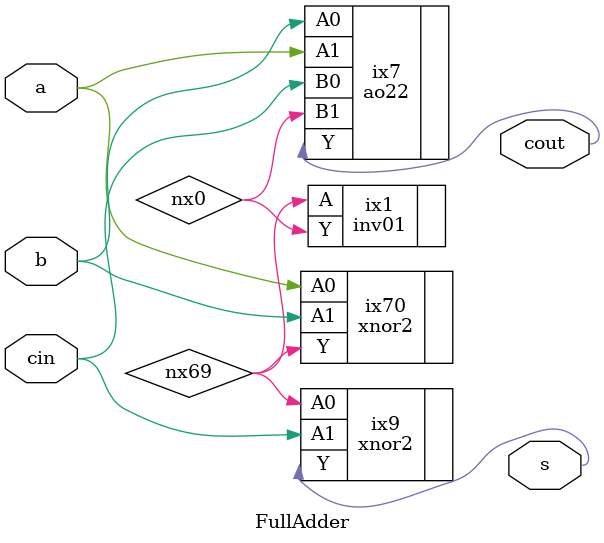
<source format=v>
module Comparator_16 ( inputA, inputB, outputG, outputEqual ) ;

    input [15:0]inputA ;
    input [15:0]inputB ;
    output outputG ;
    output outputEqual ;

    wire nx91, nx170, nx137, nx213, nx215, nx5, nx332, nx333, nx334, nx335, 
         nx336, nx337, nx338, nx339, nx88, nx340, nx341, nx342, nx343, nx344, 
         nx345, nx346, nx347, nx348, nx349, nx350, nx351, nx352, nx353, nx354, 
         nx355, nx356, nx357, nx358, nx359, nx177, nx360, nx361, nx362, nx363, 
         nx364, nx365, nx366, nx367, nx368, nx369, nx370, nx371, nx372, nx373, 
         nx374, nx375, nx376, nx377, nx378, nx379, nx380, nx381, nx382, nx383, 
         nx384, nx385, nx386, nx387, nx388, nx389, nx390, nx391, nx392, nx393, 
         nx394, nx395, nx396, nx397, nx398, nx399, nx400, nx401, nx402, nx403, 
         nx404, nx405, nx406, nx407, nx408, nx409, nx410, nx411, nx412, nx413, 
         nx414, nx415, nx416, nx417, nx418, nx419, nx420, nx421, nx422, nx423, 
         nx424, nx425, nx426, nx427, nx428, nx429, nx430, nx431, nx72, nx432, 
         nx433, nx434, nx435, nx436, nx437, nx438, nx439, nx440, nx441, nx442, 
         nx48, nx443, nx44, nx444, nx445, nx446, nx447, nx448, nx449, nx450, 
         nx451, nx452, NOT_nx277, nx453, nx454, nx56, nx455, nx456, nx52, nx457, 
         nx458, nx286, nx459, nx460, nx461, nx209, nx462, nx463, nx464, nx465, 
         nx466, nx467, nx468, nx469, nx470, nx471, nx472, nx473, nx474, nx475, 
         nx476, nx477, nx478, nx188, nx479, NOT_nx141, nx480, nx481, nx633, 
         nx635, nx637, nx639, nx641, nx643, nx649, nx651;



    and02 ix93 (.Y (outputEqual), .A0 (nx137), .A1 (nx88)) ;
    xnor2 ix138 (.Y (nx137), .A0 (inputA[0]), .A1 (inputB[0])) ;
    oai33 ix171 (.Y (nx170), .A0 (nx209), .A1 (nx213), .A2 (inputB[12]), .B0 (
          nx177), .B1 (nx215), .B2 (inputB[13])) ;
    inv01 ix214 (.Y (nx213), .A (inputA[12])) ;
    inv01 ix216 (.Y (nx215), .A (inputA[13])) ;
    latchs_ni lat_outputG_u1 (.QB (nx5), .D (nx91), .CLK (nx188), .S (nx286)) ;
    inv02 lat_outputG_u2 (.Y (outputG), .A (nx5)) ;
    inv02 ix482 (.Y (nx332), .A (inputA[2])) ;
    inv02 ix483 (.Y (nx333), .A (inputA[3])) ;
    inv02 ix484 (.Y (nx334), .A (inputB[1])) ;
    inv02 ix485 (.Y (nx335), .A (inputB[0])) ;
    aoi22 ix486 (.Y (nx336), .A0 (inputA[1]), .A1 (nx334), .B0 (inputA[0]), .B1 (
          nx335)) ;
    nor02ii ix487 (.Y (nx337), .A0 (inputA[1]), .A1 (inputB[1])) ;
    inv02 ix488 (.Y (nx338), .A (inputA[1])) ;
    aoi22 ix489 (.Y (nx339), .A0 (inputB[1]), .A1 (inputA[1]), .B0 (nx334), .B1 (
          nx338)) ;
    nor02_2x reg_nx88 (.Y (nx88), .A0 (nx339), .A1 (nx372)) ;
    inv02 ix490 (.Y (nx340), .A (nx334)) ;
    nand02_2x ix491 (.Y (nx341), .A0 (inputB[1]), .A1 (nx338)) ;
    nor02ii ix492 (.Y (nx342), .A0 (inputA[0]), .A1 (inputB[0])) ;
    inv02 ix493 (.Y (nx343), .A (inputB[0])) ;
    inv02 ix494 (.Y (nx344), .A (inputB[1])) ;
    oai21 ix495 (.Y (nx345), .A0 (nx343), .A1 (inputA[0]), .B0 (nx344)) ;
    inv02 ix496 (.Y (nx346), .A (inputA[1])) ;
    aoi32 ix497 (.Y (nx347), .A0 (nx340), .A1 (nx341), .A2 (nx342), .B0 (nx345)
          , .B1 (nx346)) ;
    inv02 ix498 (.Y (nx348), .A (inputB[2])) ;
    inv02 ix499 (.Y (nx349), .A (inputA[2])) ;
    oai22 ix500 (.Y (nx350), .A0 (nx348), .A1 (inputA[2]), .B0 (nx349), .B1 (
          inputB[2])) ;
    inv02 ix501 (.Y (nx351), .A (inputB[14])) ;
    inv02 ix502 (.Y (nx352), .A (inputA[14])) ;
    inv02 ix503 (.Y (nx353), .A (inputB[15])) ;
    inv02 ix504 (.Y (nx354), .A (inputA[15])) ;
    inv02 ix505 (.Y (nx355), .A (inputB[12])) ;
    inv02 ix506 (.Y (nx356), .A (inputA[12])) ;
    inv02 ix507 (.Y (nx357), .A (inputB[13])) ;
    inv02 ix508 (.Y (nx358), .A (inputA[13])) ;
    oai22 ix509 (.Y (nx359), .A0 (nx358), .A1 (nx357), .B0 (inputA[13]), .B1 (
          inputB[13])) ;
    inv01 reg_nx177 (.Y (nx177), .A (nx417)) ;
    inv02 ix510 (.Y (nx360), .A (inputB[4])) ;
    inv02 ix511 (.Y (nx361), .A (inputA[4])) ;
    aoi22 ix512 (.Y (nx362), .A0 (inputA[4]), .A1 (nx360), .B0 (nx651), .B1 (
          nx361)) ;
    inv02 ix513 (.Y (nx363), .A (inputB[3])) ;
    inv02 ix514 (.Y (nx364), .A (inputA[3])) ;
    aoi22 ix515 (.Y (nx365), .A0 (inputA[3]), .A1 (nx363), .B0 (inputB[3]), .B1 (
          nx364)) ;
    oai221 ix516 (.Y (nx366), .A0 (nx348), .A1 (inputA[2]), .B0 (inputB[2]), .B1 (
           nx349), .C0 (nx365)) ;
    inv02 ix517 (.Y (nx367), .A (inputA[5])) ;
    oai22 ix518 (.Y (nx368), .A0 (nx360), .A1 (nx361), .B0 (nx651), .B1 (
          inputA[4])) ;
    aoi22 ix519 (.Y (nx369), .A0 (inputB[3]), .A1 (inputA[3]), .B0 (nx363), .B1 (
          nx364)) ;
    oai32 ix520 (.Y (nx370), .A0 (nx369), .A1 (nx332), .A2 (inputB[2]), .B0 (
          nx333), .B1 (inputB[3])) ;
    or02 ix521 (.Y (nx371), .A0 (nx336), .A1 (nx337)) ;
    inv01 ix522 (.Y (nx372), .A (NOT_nx141)) ;
    inv02 ix523 (.Y (nx373), .A (inputB[10])) ;
    inv02 ix524 (.Y (nx374), .A (inputA[10])) ;
    inv02 ix525 (.Y (nx375), .A (inputB[11])) ;
    inv02 ix526 (.Y (nx376), .A (inputA[11])) ;
    oai22 ix527 (.Y (nx377), .A0 (nx375), .A1 (inputA[11]), .B0 (nx376), .B1 (
          inputB[11])) ;
    oai22 ix528 (.Y (nx378), .A0 (nx376), .A1 (nx375), .B0 (inputA[11]), .B1 (
          inputB[11])) ;
    inv02 ix529 (.Y (nx379), .A (inputB[6])) ;
    inv02 ix530 (.Y (nx380), .A (inputA[6])) ;
    aoi22 ix531 (.Y (nx381), .A0 (inputB[6]), .A1 (inputA[6]), .B0 (nx379), .B1 (
          nx380)) ;
    inv02 ix532 (.Y (nx382), .A (inputB[5])) ;
    inv02 ix533 (.Y (nx383), .A (inputA[5])) ;
    aoi22 ix534 (.Y (nx384), .A0 (inputB[5]), .A1 (inputA[5]), .B0 (nx382), .B1 (
          nx383)) ;
    oai32 ix535 (.Y (nx385), .A0 (nx637), .A1 (nx361), .A2 (nx651), .B0 (nx367)
          , .B1 (inputB[5])) ;
    nor02ii ix536 (.Y (nx386), .A0 (nx635), .A1 (nx385)) ;
    inv02 ix537 (.Y (nx387), .A (inputA[7])) ;
    aoi22 ix538 (.Y (nx388), .A0 (inputA[6]), .A1 (nx379), .B0 (inputB[6]), .B1 (
          nx380)) ;
    aoi22 ix539 (.Y (nx389), .A0 (inputA[5]), .A1 (nx382), .B0 (inputB[5]), .B1 (
          nx383)) ;
    inv02 ix540 (.Y (nx390), .A (inputA[9])) ;
    inv02 ix541 (.Y (nx391), .A (inputB[9])) ;
    inv02 ix542 (.Y (nx392), .A (inputA[8])) ;
    inv02 ix543 (.Y (nx393), .A (inputB[8])) ;
    inv01 ix544 (.Y (nx394), .A (nx362)) ;
    inv02 ix545 (.Y (nx395), .A (inputA[7])) ;
    inv02 ix546 (.Y (nx396), .A (inputB[7])) ;
    aoi22 ix547 (.Y (nx397), .A0 (inputA[7]), .A1 (inputB[7]), .B0 (nx395), .B1 (
          nx396)) ;
    or03 ix548 (.Y (nx398), .A0 (nx635), .A1 (nx394), .A2 (nx397)) ;
    nor02_2x ix549 (.Y (nx399), .A0 (nx635), .A1 (nx637)) ;
    aoi22 ix550 (.Y (nx400), .A0 (inputB[7]), .A1 (nx395), .B0 (inputA[7]), .B1 (
          nx396)) ;
    oai22 ix551 (.Y (nx401), .A0 (nx357), .A1 (inputA[13]), .B0 (nx358), .B1 (
          inputB[13])) ;
    oai22 ix552 (.Y (nx402), .A0 (nx353), .A1 (inputA[15]), .B0 (nx354), .B1 (
          nx649)) ;
    oai22 ix553 (.Y (nx403), .A0 (nx390), .A1 (nx391), .B0 (inputA[9]), .B1 (
          inputB[9])) ;
    aoi22 ix554 (.Y (nx404), .A0 (inputB[8]), .A1 (nx392), .B0 (inputA[8]), .B1 (
          nx393)) ;
    inv01 ix555 (.Y (nx405), .A (nx362)) ;
    nor02_2x ix556 (.Y (nx406), .A0 (nx348), .A1 (inputA[2])) ;
    inv02 ix557 (.Y (nx407), .A (inputA[3])) ;
    aoi44 ix558 (.Y (nx408), .A0 (nx459), .A1 (nx438), .A2 (nx365), .A3 (nx406)
          , .B0 (nx399), .B1 (nx400), .B2 (inputB[3]), .B3 (nx407)) ;
    inv01 ix559 (.Y (nx409), .A (nx365)) ;
    inv02 ix560 (.Y (nx410), .A (inputA[4])) ;
    inv02 ix561 (.Y (nx411), .A (inputA[5])) ;
    inv01 ix562 (.Y (nx412), .A (nx400)) ;
    inv02 ix563 (.Y (nx413), .A (inputB[6])) ;
    inv02 ix564 (.Y (nx414), .A (inputB[7])) ;
    inv01 ix565 (.Y (nx415), .A (nx400)) ;
    oai32 ix566 (.Y (nx416), .A0 (nx415), .A1 (nx380), .A2 (inputB[6]), .B0 (
          nx387), .B1 (inputB[7])) ;
    aoi221 ix567 (.Y (nx417), .A0 (inputA[14]), .A1 (nx351), .B0 (inputB[14]), .B1 (
           nx352), .C0 (nx402)) ;
    and02 ix568 (.Y (nx418), .A0 (inputA[12]), .A1 (nx355)) ;
    and02 ix569 (.Y (nx419), .A0 (inputB[12]), .A1 (nx356)) ;
    nor03_2x ix570 (.Y (nx420), .A0 (nx418), .A1 (nx419), .A2 (nx401)) ;
    and02 ix571 (.Y (nx421), .A0 (inputA[10]), .A1 (nx373)) ;
    nor02_2x ix572 (.Y (nx422), .A0 (nx641), .A1 (nx633)) ;
    inv02 ix573 (.Y (nx423), .A (nx403)) ;
    inv01 ix574 (.Y (nx424), .A (nx404)) ;
    and02 ix575 (.Y (nx425), .A0 (inputB[10]), .A1 (nx374)) ;
    nor03_2x ix576 (.Y (nx426), .A0 (nx423), .A1 (nx424), .A2 (nx643)) ;
    and04 ix577 (.Y (nx427), .A0 (nx639), .A1 (nx420), .A2 (nx422), .A3 (nx426)
          ) ;
    nor04_2x ix578 (.Y (nx428), .A0 (nx409), .A1 (nx405), .A2 (nx347), .A3 (
             nx350)) ;
    nand02_2x ix579 (.Y (nx429), .A0 (nx404), .A1 (nx403)) ;
    or04 ix580 (.Y (nx430), .A0 (nx397), .A1 (nx635), .A2 (nx643), .A3 (nx637)
         ) ;
    nor04_2x ix581 (.Y (nx431), .A0 (nx641), .A1 (nx633), .A2 (nx429), .A3 (
             nx430)) ;
    and03 reg_nx72 (.Y (nx72), .A0 (nx639), .A1 (nx431), .A2 (nx420)) ;
    aoi32 ix582 (.Y (nx432), .A0 (nx389), .A1 (nx651), .A2 (nx410), .B0 (
          inputB[5]), .B1 (nx411)) ;
    inv01 ix583 (.Y (nx433), .A (nx388)) ;
    oai32 ix584 (.Y (nx434), .A0 (nx412), .A1 (nx413), .A2 (inputA[6]), .B0 (
          nx414), .B1 (inputA[7])) ;
    inv01 ix585 (.Y (nx435), .A (nx434)) ;
    oai321 ix586 (.Y (nx436), .A0 (nx432), .A1 (nx397), .A2 (nx433), .B0 (nx405)
           , .B1 (nx408), .C0 (nx435)) ;
    aoi321 ix587 (.Y (nx437), .A0 (nx389), .A1 (nx651), .A2 (nx410), .B0 (
           inputB[5]), .B1 (nx411), .C0 (nx428)) ;
    inv01 ix588 (.Y (nx438), .A (nx397)) ;
    aoi21 ix589 (.Y (nx439), .A0 (nx438), .A1 (nx388), .B0 (nx428)) ;
    oai221 ix590 (.Y (nx440), .A0 (nx437), .A1 (nx439), .B0 (nx405), .B1 (nx408)
           , .C0 (nx435)) ;
    inv02 ix591 (.Y (nx441), .A (nx378)) ;
    nor04_2x ix592 (.Y (nx442), .A0 (nx441), .A1 (nx419), .A2 (nx418), .A3 (
             nx401)) ;
    and02 reg_nx48 (.Y (nx48), .A0 (nx639), .A1 (nx442)) ;
    inv02 ix593 (.Y (nx443), .A (inputA[10])) ;
    and02 reg_nx44 (.Y (nx44), .A0 (nx639), .A1 (nx420)) ;
    nor02ii ix594 (.Y (nx444), .A0 (inputA[11]), .A1 (inputB[11])) ;
    nand02_2x ix595 (.Y (nx445), .A0 (nx353), .A1 (nx649)) ;
    nand02_2x ix596 (.Y (nx446), .A0 (nx354), .A1 (nx649)) ;
    inv02 ix597 (.Y (nx447), .A (inputB[14])) ;
    inv02 ix598 (.Y (nx448), .A (inputA[15])) ;
    oai22 ix599 (.Y (nx449), .A0 (nx447), .A1 (inputA[14]), .B0 (nx448), .B1 (
          nx649)) ;
    inv02 ix600 (.Y (nx450), .A (inputA[12])) ;
    inv02 ix601 (.Y (nx451), .A (inputA[13])) ;
    ao32 ix602 (.Y (nx452), .A0 (nx359), .A1 (inputB[12]), .A2 (nx450), .B0 (
         inputB[13]), .B1 (nx451)) ;
    ao32 reg_NOT_nx277 (.Y (NOT_nx277), .A0 (nx445), .A1 (nx446), .A2 (nx449), .B0 (
         nx452), .B1 (nx639)) ;
    aoi321 ix603 (.Y (nx453), .A0 (nx48), .A1 (inputB[10]), .A2 (nx443), .B0 (
           nx44), .B1 (nx444), .C0 (NOT_nx277)) ;
    nor04_2x ix604 (.Y (nx454), .A0 (nx641), .A1 (nx633), .A2 (nx423), .A3 (
             nx643)) ;
    and03 reg_nx56 (.Y (nx56), .A0 (nx639), .A1 (nx420), .A2 (nx454)) ;
    inv02 ix605 (.Y (nx455), .A (inputA[8])) ;
    nor03_2x ix606 (.Y (nx456), .A0 (nx641), .A1 (nx643), .A2 (nx633)) ;
    and03 reg_nx52 (.Y (nx52), .A0 (nx639), .A1 (nx420), .A2 (nx456)) ;
    inv02 ix607 (.Y (nx457), .A (inputA[9])) ;
    aoi33 ix608 (.Y (nx458), .A0 (nx56), .A1 (inputB[8]), .A2 (nx455), .B0 (nx52
          ), .B1 (inputB[9]), .B2 (nx457)) ;
    nand03_2x reg_nx286 (.Y (nx286), .A0 (nx481), .A1 (nx453), .A2 (nx458)) ;
    nor02_2x ix609 (.Y (nx459), .A0 (nx635), .A1 (nx637)) ;
    nand02_2x ix610 (.Y (nx460), .A0 (inputA[14]), .A1 (nx351)) ;
    aoi21 ix611 (.Y (nx461), .A0 (inputB[14]), .A1 (nx352), .B0 (nx402)) ;
    nand03_2x reg_nx209 (.Y (nx209), .A0 (nx460), .A1 (nx359), .A2 (nx461)) ;
    inv02 ix612 (.Y (nx462), .A (inputB[8])) ;
    inv02 ix613 (.Y (nx463), .A (inputB[9])) ;
    aoi33 ix614 (.Y (nx464), .A0 (nx56), .A1 (inputA[8]), .A2 (nx462), .B0 (nx52
          ), .B1 (inputA[9]), .B2 (nx463)) ;
    inv02 ix615 (.Y (nx465), .A (inputB[10])) ;
    inv02 ix616 (.Y (nx466), .A (inputB[11])) ;
    aoi33 ix617 (.Y (nx467), .A0 (nx48), .A1 (inputA[10]), .A2 (nx465), .B0 (
          nx44), .B1 (inputA[11]), .B2 (nx466)) ;
    inv02 ix618 (.Y (nx468), .A (inputA[15])) ;
    nand02_2x ix619 (.Y (nx469), .A0 (nx649), .A1 (nx468)) ;
    inv02 ix620 (.Y (nx470), .A (inputB[14])) ;
    nand02_2x ix621 (.Y (nx471), .A0 (inputA[14]), .A1 (nx470)) ;
    aoi222 ix622 (.Y (nx472), .A0 (nx469), .A1 (nx471), .B0 (nx354), .B1 (
           inputA[15]), .C0 (nx353), .C1 (inputA[15])) ;
    nor02_2x ix623 (.Y (nx473), .A0 (nx472), .A1 (nx170)) ;
    inv01 ix624 (.Y (nx474), .A (nx404)) ;
    nor02_2x ix625 (.Y (nx475), .A0 (nx474), .A1 (nx398)) ;
    nor03_2x ix626 (.Y (nx476), .A0 (nx637), .A1 (nx371), .A2 (nx366)) ;
    ao21 ix627 (.Y (nx477), .A0 (nx386), .A1 (nx438), .B0 (nx416)) ;
    aoi332 ix628 (.Y (nx478), .A0 (nx72), .A1 (nx368), .A2 (nx370), .B0 (nx56), 
           .B1 (nx475), .B2 (nx476), .C0 (nx427), .C1 (nx477)) ;
    nand04_2x reg_nx188 (.Y (nx188), .A0 (nx464), .A1 (nx467), .A2 (nx473), .A3 (
              nx478)) ;
    nor04_2x ix629 (.Y (nx479), .A0 (nx474), .A1 (nx398), .A2 (nx637), .A3 (
             nx366)) ;
    and02 reg_NOT_nx141 (.Y (NOT_nx141), .A0 (nx56), .A1 (nx479)) ;
    and02 ix630 (.Y (nx480), .A0 (nx428), .A1 (nx72)) ;
    oai221 ix631 (.Y (nx481), .A0 (nx480), .A1 (nx427), .B0 (nx72), .B1 (nx436)
           , .C0 (nx440)) ;
    buf02 ix632 (.Y (nx633), .A (nx377)) ;
    buf02 ix634 (.Y (nx635), .A (nx381)) ;
    buf02 ix636 (.Y (nx637), .A (nx384)) ;
    inv01 ix638 (.Y (nx639), .A (nx177)) ;
    buf02 ix640 (.Y (nx641), .A (nx421)) ;
    buf02 ix642 (.Y (nx643), .A (nx425)) ;
    inv02 ix648 (.Y (nx649), .A (nx353)) ;
    inv02 ix650 (.Y (nx651), .A (nx360)) ;
endmodule



module CounterUpDown_4 ( load, resetValue, clk, en, rst, isLoad, upOrDown, count
                          ) ;

    input [3:0]load ;
    input [3:0]resetValue ;
    input clk ;
    input en ;
    input rst ;
    input isLoad ;
    input upOrDown ;
    output [3:0]count ;

    wire countAdded_3, countAdded_2, countAdded_1, countAdded_0, NOT_upOrDown, 
         nx8, nx10, nx14, nx24, nx26, nx30, nx40, nx42, nx46, nx56, nx58, nx62, 
         nx202, nx212, nx222, nx232, nx249, nx290;
    wire [4:0] \$dummy ;




    NBitAdder_4 nextCount (.a ({count[3],count[2],count[1],count[0]}), .b ({
                upOrDown,upOrDown,upOrDown,upOrDown}), .carryIn (NOT_upOrDown), 
                .sum ({countAdded_3,countAdded_2,countAdded_1,countAdded_0}), .carryOut (
                \$dummy [0])) ;
    inv01 ix245 (.Y (NOT_upOrDown), .A (upOrDown)) ;
    dffsr_ni reg_currentCount_0 (.Q (count[0]), .QB (\$dummy [1]), .D (nx202), .CLK (
             clk), .S (nx10), .R (nx14)) ;
    mux21_ni ix203 (.Y (nx202), .A0 (nx8), .A1 (count[0]), .S0 (nx249)) ;
    mux21_ni ix9 (.Y (nx8), .A0 (load[0]), .A1 (countAdded_0), .S0 (nx290)) ;
    and02 ix11 (.Y (nx10), .A0 (resetValue[0]), .A1 (rst)) ;
    dffsr_ni reg_currentCount_1 (.Q (count[1]), .QB (\$dummy [2]), .D (nx212), .CLK (
             clk), .S (nx26), .R (nx30)) ;
    mux21_ni ix213 (.Y (nx212), .A0 (nx24), .A1 (count[1]), .S0 (nx249)) ;
    mux21_ni ix25 (.Y (nx24), .A0 (load[1]), .A1 (countAdded_1), .S0 (nx290)) ;
    and02 ix27 (.Y (nx26), .A0 (resetValue[1]), .A1 (rst)) ;
    dffsr_ni reg_currentCount_2 (.Q (count[2]), .QB (\$dummy [3]), .D (nx222), .CLK (
             clk), .S (nx42), .R (nx46)) ;
    mux21_ni ix223 (.Y (nx222), .A0 (nx40), .A1 (count[2]), .S0 (nx249)) ;
    mux21_ni ix41 (.Y (nx40), .A0 (load[2]), .A1 (countAdded_2), .S0 (nx290)) ;
    and02 ix43 (.Y (nx42), .A0 (resetValue[2]), .A1 (rst)) ;
    dffsr_ni reg_currentCount_3 (.Q (count[3]), .QB (\$dummy [4]), .D (nx232), .CLK (
             clk), .S (nx58), .R (nx62)) ;
    mux21_ni ix233 (.Y (nx232), .A0 (nx56), .A1 (count[3]), .S0 (nx249)) ;
    mux21_ni ix57 (.Y (nx56), .A0 (load[3]), .A1 (countAdded_3), .S0 (nx290)) ;
    and02 ix59 (.Y (nx58), .A0 (resetValue[3]), .A1 (rst)) ;
    nor02ii ix15 (.Y (nx14), .A0 (resetValue[0]), .A1 (rst)) ;
    nor02ii ix31 (.Y (nx30), .A0 (resetValue[1]), .A1 (rst)) ;
    nor02ii ix47 (.Y (nx46), .A0 (resetValue[2]), .A1 (rst)) ;
    nor02ii ix63 (.Y (nx62), .A0 (resetValue[3]), .A1 (rst)) ;
    nor02_2x reg_nx249 (.Y (nx249), .A0 (isLoad), .A1 (nx290)) ;
    buf02 ix289 (.Y (nx290), .A (en)) ;
endmodule


module NBitAdder_4 ( a, b, carryIn, sum, carryOut ) ;

    input [3:0]a ;
    input [3:0]b ;
    input carryIn ;
    output [3:0]sum ;
    output carryOut ;

    wire temp_2, temp_1, temp_0;



    FullAdder f0 (.a (a[0]), .b (b[0]), .cin (carryIn), .s (sum[0]), .cout (
              temp_0)) ;
    FullAdder loop1_1_fx (.a (a[1]), .b (b[1]), .cin (temp_0), .s (sum[1]), .cout (
              temp_1)) ;
    FullAdder loop1_2_fx (.a (a[2]), .b (b[2]), .cin (temp_1), .s (sum[2]), .cout (
              temp_2)) ;
    FullAdder loop1_3_fx (.a (a[3]), .b (b[3]), .cin (temp_2), .s (sum[3]), .cout (
              carryOut)) ;
endmodule


module RegTony_4 ( D, load, en, clk, rst, Q, Qbar ) ;

    input [3:0]D ;
    input [3:0]load ;
    input en ;
    input clk ;
    input rst ;
    output [3:0]Q ;
    output [3:0]Qbar ;

    wire nx0, nx4, nx8, nx12, nx16, nx20, nx24, nx28, nx176, nx186, nx196, nx206, 
         nx216, nx226, nx236, nx260, nx269, nx276, nx307, nx320, nx321, nx246, 
         nx325, nx327;
    wire [7:0] \$dummy ;




    dffsr_ni reg_Qbar_0 (.Q (Qbar[0]), .QB (\$dummy [0]), .D (nx216), .CLK (clk)
             , .S (nx4), .R (nx0)) ;
    mux21_ni ix217 (.Y (nx216), .A0 (Qbar[0]), .A1 (nx260), .S0 (nx325)) ;
    inv01 ix261 (.Y (nx260), .A (D[0])) ;
    and02 ix1 (.Y (nx0), .A0 (rst), .A1 (load[0])) ;
    dffsr_ni reg_Qbar_1 (.Q (Qbar[1]), .QB (\$dummy [1]), .D (nx226), .CLK (clk)
             , .S (nx12), .R (nx8)) ;
    mux21_ni ix227 (.Y (nx226), .A0 (Qbar[1]), .A1 (nx269), .S0 (nx325)) ;
    inv01 ix270 (.Y (nx269), .A (D[1])) ;
    and02 ix9 (.Y (nx8), .A0 (rst), .A1 (load[1])) ;
    dffsr_ni reg_Qbar_2 (.Q (Qbar[2]), .QB (\$dummy [2]), .D (nx236), .CLK (clk)
             , .S (nx20), .R (nx16)) ;
    mux21_ni ix237 (.Y (nx236), .A0 (Qbar[2]), .A1 (nx276), .S0 (nx325)) ;
    inv01 ix277 (.Y (nx276), .A (D[2])) ;
    and02 ix17 (.Y (nx16), .A0 (rst), .A1 (load[2])) ;
    dffsr_ni reg_Qbar_3 (.Q (Qbar[3]), .QB (\$dummy [3]), .D (nx246), .CLK (clk)
             , .S (nx28), .R (nx24)) ;
    and02 ix25 (.Y (nx24), .A0 (rst), .A1 (load[3])) ;
    dffsr_ni reg_Q_0 (.Q (Q[0]), .QB (\$dummy [4]), .D (nx176), .CLK (clk), .S (
             nx0), .R (nx4)) ;
    mux21_ni ix177 (.Y (nx176), .A0 (Q[0]), .A1 (D[0]), .S0 (nx325)) ;
    dffsr_ni reg_Q_1 (.Q (Q[1]), .QB (\$dummy [5]), .D (nx186), .CLK (clk), .S (
             nx8), .R (nx12)) ;
    mux21_ni ix187 (.Y (nx186), .A0 (Q[1]), .A1 (D[1]), .S0 (nx325)) ;
    dffsr_ni reg_Q_2 (.Q (Q[2]), .QB (\$dummy [6]), .D (nx196), .CLK (clk), .S (
             nx16), .R (nx20)) ;
    mux21_ni ix197 (.Y (nx196), .A0 (Q[2]), .A1 (D[2]), .S0 (nx325)) ;
    dffsr_ni reg_Q_3 (.Q (Q[3]), .QB (\$dummy [7]), .D (nx206), .CLK (clk), .S (
             nx24), .R (nx28)) ;
    mux21_ni ix207 (.Y (nx206), .A0 (Q[3]), .A1 (D[3]), .S0 (nx307)) ;
    nor02ii ix5 (.Y (nx4), .A0 (load[0]), .A1 (rst)) ;
    nor02ii ix13 (.Y (nx12), .A0 (load[1]), .A1 (rst)) ;
    nor02ii ix21 (.Y (nx20), .A0 (load[2]), .A1 (rst)) ;
    nor02ii ix29 (.Y (nx28), .A0 (load[3]), .A1 (rst)) ;
    buf02 ix306 (.Y (nx307), .A (nx325)) ;
    inv02 ix322 (.Y (nx320), .A (en)) ;
    inv02 ix323 (.Y (nx321), .A (D[3])) ;
    ao22 reg_nx246 (.Y (nx246), .A0 (Qbar[3]), .A1 (nx320), .B0 (nx327), .B1 (
         nx321)) ;
    inv02 ix324 (.Y (nx325), .A (nx320)) ;
    inv02 ix326 (.Y (nx327), .A (nx320)) ;
endmodule

module RegTony_16 ( D, load, en, clk, rst, Q, Qbar ) ;

    input [15:0]D ;
    input [15:0]load ;
    input en ;
    input clk ;
    input rst ;
    output [15:0]Q ;
    output [15:0]Qbar ;

    wire nx0, nx4, nx8, nx12, nx16, nx20, nx24, nx28, nx32, nx36, nx40, nx44, 
         nx48, nx52, nx56, nx60, nx64, nx68, nx72, nx76, nx80, nx84, nx88, nx92, 
         nx96, nx100, nx104, nx108, nx112, nx116, nx120, nx124, nx536, nx546, 
         nx556, nx566, nx576, nx586, nx596, nx606, nx616, nx626, nx636, nx646, 
         nx656, nx666, nx676, nx686, nx696, nx706, nx716, nx726, nx736, nx746, 
         nx756, nx766, nx776, nx786, nx796, nx806, nx816, nx826, nx836, nx860, 
         nx869, nx876, nx883, nx890, nx897, nx904, nx911, nx918, nx925, nx932, 
         nx939, nx946, nx953, nx960, nx1037, nx1039, nx1041, nx1043, nx1045, 
         nx1049, nx1051, nx1055, nx1057, nx1047, nx1047_XX0_XREP1, nx1035, 
         nx1035_XX0_XREP3, nx1094, nx1053, nx846;
    wire [31:0] \$dummy ;




    dffsr_ni reg_Qbar_0 (.Q (Qbar[0]), .QB (\$dummy [0]), .D (nx696), .CLK (clk)
             , .S (nx4), .R (nx0)) ;
    mux21_ni ix697 (.Y (nx696), .A0 (Qbar[0]), .A1 (nx860), .S0 (nx1049)) ;
    inv01 ix861 (.Y (nx860), .A (D[0])) ;
    and02 ix1 (.Y (nx0), .A0 (nx1037), .A1 (load[0])) ;
    dffsr_ni reg_Qbar_1 (.Q (Qbar[1]), .QB (\$dummy [1]), .D (nx706), .CLK (clk)
             , .S (nx12), .R (nx8)) ;
    mux21_ni ix707 (.Y (nx706), .A0 (Qbar[1]), .A1 (nx869), .S0 (nx1049)) ;
    inv01 ix870 (.Y (nx869), .A (D[1])) ;
    and02 ix9 (.Y (nx8), .A0 (nx1037), .A1 (load[1])) ;
    dffsr_ni reg_Qbar_2 (.Q (Qbar[2]), .QB (\$dummy [2]), .D (nx716), .CLK (clk)
             , .S (nx20), .R (nx16)) ;
    mux21_ni ix717 (.Y (nx716), .A0 (Qbar[2]), .A1 (nx876), .S0 (nx1049)) ;
    inv01 ix877 (.Y (nx876), .A (D[2])) ;
    and02 ix17 (.Y (nx16), .A0 (nx1037), .A1 (load[2])) ;
    dffsr_ni reg_Qbar_3 (.Q (Qbar[3]), .QB (\$dummy [3]), .D (nx726), .CLK (clk)
             , .S (nx28), .R (nx24)) ;
    mux21_ni ix727 (.Y (nx726), .A0 (Qbar[3]), .A1 (nx883), .S0 (nx1049)) ;
    inv01 ix884 (.Y (nx883), .A (D[3])) ;
    and02 ix25 (.Y (nx24), .A0 (nx1037), .A1 (load[3])) ;
    dffsr_ni reg_Qbar_4 (.Q (Qbar[4]), .QB (\$dummy [4]), .D (nx736), .CLK (clk)
             , .S (nx36), .R (nx32)) ;
    mux21_ni ix737 (.Y (nx736), .A0 (Qbar[4]), .A1 (nx890), .S0 (nx1049)) ;
    inv01 ix891 (.Y (nx890), .A (D[4])) ;
    and02 ix33 (.Y (nx32), .A0 (nx1037), .A1 (load[4])) ;
    dffsr_ni reg_Qbar_5 (.Q (Qbar[5]), .QB (\$dummy [5]), .D (nx746), .CLK (clk)
             , .S (nx44), .R (nx40)) ;
    mux21_ni ix747 (.Y (nx746), .A0 (Qbar[5]), .A1 (nx897), .S0 (nx1049)) ;
    inv01 ix898 (.Y (nx897), .A (D[5])) ;
    and02 ix41 (.Y (nx40), .A0 (nx1037), .A1 (load[5])) ;
    dffsr_ni reg_Qbar_6 (.Q (Qbar[6]), .QB (\$dummy [6]), .D (nx756), .CLK (clk)
             , .S (nx52), .R (nx48)) ;
    mux21_ni ix757 (.Y (nx756), .A0 (Qbar[6]), .A1 (nx904), .S0 (nx1049)) ;
    inv01 ix905 (.Y (nx904), .A (D[6])) ;
    and02 ix49 (.Y (nx48), .A0 (nx1037), .A1 (load[6])) ;
    dffsr_ni reg_Qbar_7 (.Q (Qbar[7]), .QB (\$dummy [7]), .D (nx766), .CLK (clk)
             , .S (nx60), .R (nx56)) ;
    mux21_ni ix767 (.Y (nx766), .A0 (Qbar[7]), .A1 (nx911), .S0 (nx1051)) ;
    inv01 ix912 (.Y (nx911), .A (D[7])) ;
    and02 ix57 (.Y (nx56), .A0 (nx1039), .A1 (load[7])) ;
    dffsr_ni reg_Qbar_8 (.Q (Qbar[8]), .QB (\$dummy [8]), .D (nx776), .CLK (clk)
             , .S (nx68), .R (nx64)) ;
    mux21_ni ix777 (.Y (nx776), .A0 (Qbar[8]), .A1 (nx918), .S0 (nx1051)) ;
    inv01 ix919 (.Y (nx918), .A (D[8])) ;
    and02 ix65 (.Y (nx64), .A0 (nx1039), .A1 (load[8])) ;
    dffsr_ni reg_Qbar_9 (.Q (Qbar[9]), .QB (\$dummy [9]), .D (nx786), .CLK (clk)
             , .S (nx76), .R (nx72)) ;
    mux21_ni ix787 (.Y (nx786), .A0 (Qbar[9]), .A1 (nx925), .S0 (nx1051)) ;
    inv01 ix926 (.Y (nx925), .A (D[9])) ;
    and02 ix73 (.Y (nx72), .A0 (nx1039), .A1 (load[9])) ;
    dffsr_ni reg_Qbar_10 (.Q (Qbar[10]), .QB (\$dummy [10]), .D (nx796), .CLK (
             clk), .S (nx84), .R (nx80)) ;
    mux21_ni ix797 (.Y (nx796), .A0 (Qbar[10]), .A1 (nx932), .S0 (nx1051)) ;
    inv01 ix933 (.Y (nx932), .A (D[10])) ;
    and02 ix81 (.Y (nx80), .A0 (nx1039), .A1 (load[10])) ;
    dffsr_ni reg_Qbar_11 (.Q (Qbar[11]), .QB (\$dummy [11]), .D (nx806), .CLK (
             clk), .S (nx92), .R (nx88)) ;
    mux21_ni ix807 (.Y (nx806), .A0 (Qbar[11]), .A1 (nx939), .S0 (nx1051)) ;
    inv01 ix940 (.Y (nx939), .A (D[11])) ;
    and02 ix89 (.Y (nx88), .A0 (nx1039), .A1 (load[11])) ;
    dffsr_ni reg_Qbar_12 (.Q (Qbar[12]), .QB (\$dummy [12]), .D (nx816), .CLK (
             clk), .S (nx100), .R (nx96)) ;
    mux21_ni ix817 (.Y (nx816), .A0 (Qbar[12]), .A1 (nx946), .S0 (nx1051)) ;
    inv01 ix947 (.Y (nx946), .A (D[12])) ;
    and02 ix97 (.Y (nx96), .A0 (nx1039), .A1 (load[12])) ;
    dffsr_ni reg_Qbar_13 (.Q (Qbar[13]), .QB (\$dummy [13]), .D (nx826), .CLK (
             clk), .S (nx108), .R (nx104)) ;
    mux21_ni ix827 (.Y (nx826), .A0 (Qbar[13]), .A1 (nx953), .S0 (nx1051)) ;
    inv01 ix954 (.Y (nx953), .A (D[13])) ;
    and02 ix105 (.Y (nx104), .A0 (nx1039), .A1 (load[13])) ;
    dffsr_ni reg_Qbar_14 (.Q (Qbar[14]), .QB (\$dummy [14]), .D (nx836), .CLK (
             clk), .S (nx116), .R (nx112)) ;
    mux21_ni ix837 (.Y (nx836), .A0 (Qbar[14]), .A1 (nx960), .S0 (nx1053)) ;
    inv01 ix961 (.Y (nx960), .A (D[14])) ;
    and02 ix113 (.Y (nx112), .A0 (nx1041), .A1 (load[14])) ;
    dffsr_ni reg_Qbar_15 (.Q (Qbar[15]), .QB (\$dummy [15]), .D (nx846), .CLK (
             clk), .S (nx124), .R (nx120)) ;
    and02 ix121 (.Y (nx120), .A0 (nx1041), .A1 (load[15])) ;
    dffsr_ni reg_Q_0 (.Q (Q[0]), .QB (\$dummy [16]), .D (nx536), .CLK (clk), .S (
             nx0), .R (nx4)) ;
    mux21_ni ix537 (.Y (nx536), .A0 (Q[0]), .A1 (D[0]), .S0 (nx1053)) ;
    dffsr_ni reg_Q_1 (.Q (Q[1]), .QB (\$dummy [17]), .D (nx546), .CLK (clk), .S (
             nx8), .R (nx12)) ;
    mux21_ni ix547 (.Y (nx546), .A0 (Q[1]), .A1 (D[1]), .S0 (nx1053)) ;
    dffsr_ni reg_Q_2 (.Q (Q[2]), .QB (\$dummy [18]), .D (nx556), .CLK (clk), .S (
             nx16), .R (nx20)) ;
    mux21_ni ix557 (.Y (nx556), .A0 (Q[2]), .A1 (D[2]), .S0 (nx1053)) ;
    dffsr_ni reg_Q_3 (.Q (Q[3]), .QB (\$dummy [19]), .D (nx566), .CLK (clk), .S (
             nx24), .R (nx28)) ;
    mux21_ni ix567 (.Y (nx566), .A0 (Q[3]), .A1 (D[3]), .S0 (nx1053)) ;
    dffsr_ni reg_Q_4 (.Q (Q[4]), .QB (\$dummy [20]), .D (nx576), .CLK (clk), .S (
             nx32), .R (nx36)) ;
    mux21_ni ix577 (.Y (nx576), .A0 (Q[4]), .A1 (D[4]), .S0 (nx1053)) ;
    dffsr_ni reg_Q_5 (.Q (Q[5]), .QB (\$dummy [21]), .D (nx586), .CLK (clk), .S (
             nx40), .R (nx44)) ;
    mux21_ni ix587 (.Y (nx586), .A0 (Q[5]), .A1 (D[5]), .S0 (nx1055)) ;
    dffsr_ni reg_Q_6 (.Q (Q[6]), .QB (\$dummy [22]), .D (nx596), .CLK (clk), .S (
             nx48), .R (nx52)) ;
    mux21_ni ix597 (.Y (nx596), .A0 (Q[6]), .A1 (D[6]), .S0 (nx1055)) ;
    dffsr_ni reg_Q_7 (.Q (Q[7]), .QB (\$dummy [23]), .D (nx606), .CLK (clk), .S (
             nx56), .R (nx60)) ;
    mux21_ni ix607 (.Y (nx606), .A0 (Q[7]), .A1 (D[7]), .S0 (nx1055)) ;
    dffsr_ni reg_Q_8 (.Q (Q[8]), .QB (\$dummy [24]), .D (nx616), .CLK (clk), .S (
             nx64), .R (nx68)) ;
    mux21_ni ix617 (.Y (nx616), .A0 (Q[8]), .A1 (D[8]), .S0 (nx1055)) ;
    dffsr_ni reg_Q_9 (.Q (Q[9]), .QB (\$dummy [25]), .D (nx626), .CLK (clk), .S (
             nx72), .R (nx76)) ;
    mux21_ni ix627 (.Y (nx626), .A0 (Q[9]), .A1 (D[9]), .S0 (nx1055)) ;
    dffsr_ni reg_Q_10 (.Q (Q[10]), .QB (\$dummy [26]), .D (nx636), .CLK (clk), .S (
             nx80), .R (nx84)) ;
    mux21_ni ix637 (.Y (nx636), .A0 (Q[10]), .A1 (D[10]), .S0 (nx1055)) ;
    dffsr_ni reg_Q_11 (.Q (Q[11]), .QB (\$dummy [27]), .D (nx646), .CLK (clk), .S (
             nx88), .R (nx92)) ;
    mux21_ni ix647 (.Y (nx646), .A0 (Q[11]), .A1 (D[11]), .S0 (nx1055)) ;
    dffsr_ni reg_Q_12 (.Q (Q[12]), .QB (\$dummy [28]), .D (nx656), .CLK (clk), .S (
             nx96), .R (nx100)) ;
    mux21_ni ix657 (.Y (nx656), .A0 (Q[12]), .A1 (D[12]), .S0 (nx1057)) ;
    dffsr_ni reg_Q_13 (.Q (Q[13]), .QB (\$dummy [29]), .D (nx666), .CLK (clk), .S (
             nx104), .R (nx108)) ;
    mux21_ni ix667 (.Y (nx666), .A0 (Q[13]), .A1 (D[13]), .S0 (nx1057)) ;
    dffsr_ni reg_Q_14 (.Q (Q[14]), .QB (\$dummy [30]), .D (nx676), .CLK (clk), .S (
             nx112), .R (nx116)) ;
    mux21_ni ix677 (.Y (nx676), .A0 (Q[14]), .A1 (D[14]), .S0 (nx1057)) ;
    dffsr_ni reg_Q_15 (.Q (Q[15]), .QB (\$dummy [31]), .D (nx686), .CLK (clk), .S (
             nx120), .R (nx124)) ;
    mux21_ni ix687 (.Y (nx686), .A0 (Q[15]), .A1 (D[15]), .S0 (nx1057)) ;
    nor02ii ix5 (.Y (nx4), .A0 (load[0]), .A1 (nx1041)) ;
    nor02ii ix13 (.Y (nx12), .A0 (load[1]), .A1 (nx1041)) ;
    nor02ii ix21 (.Y (nx20), .A0 (load[2]), .A1 (nx1041)) ;
    nor02ii ix29 (.Y (nx28), .A0 (load[3]), .A1 (nx1041)) ;
    nor02ii ix37 (.Y (nx36), .A0 (load[4]), .A1 (nx1041)) ;
    nor02ii ix45 (.Y (nx44), .A0 (load[5]), .A1 (nx1043)) ;
    nor02ii ix53 (.Y (nx52), .A0 (load[6]), .A1 (nx1043)) ;
    nor02ii ix61 (.Y (nx60), .A0 (load[7]), .A1 (nx1043)) ;
    nor02ii ix69 (.Y (nx68), .A0 (load[8]), .A1 (nx1043)) ;
    nor02ii ix77 (.Y (nx76), .A0 (load[9]), .A1 (nx1043)) ;
    nor02ii ix85 (.Y (nx84), .A0 (load[10]), .A1 (nx1043)) ;
    nor02ii ix93 (.Y (nx92), .A0 (load[11]), .A1 (nx1043)) ;
    nor02ii ix101 (.Y (nx100), .A0 (load[12]), .A1 (nx1045)) ;
    nor02ii ix109 (.Y (nx108), .A0 (load[13]), .A1 (nx1045)) ;
    nor02ii ix117 (.Y (nx116), .A0 (load[14]), .A1 (nx1045)) ;
    nor02ii ix125 (.Y (nx124), .A0 (load[15]), .A1 (nx1045)) ;
    inv01 ix1036 (.Y (nx1037), .A (nx1035_XX0_XREP3)) ;
    inv01 ix1038 (.Y (nx1039), .A (nx1035_XX0_XREP3)) ;
    inv01 ix1040 (.Y (nx1041), .A (nx1035)) ;
    inv01 ix1042 (.Y (nx1043), .A (nx1035)) ;
    inv01 ix1044 (.Y (nx1045), .A (nx1035)) ;
    inv02 ix1048 (.Y (nx1049), .A (nx1047_XX0_XREP1)) ;
    inv02 ix1050 (.Y (nx1051), .A (nx1047_XX0_XREP1)) ;
    inv02 ix1054 (.Y (nx1055), .A (nx1047)) ;
    inv02 ix1056 (.Y (nx1057), .A (nx1047)) ;
    inv01 ix1046 (.Y (nx1047), .A (en)) ;
    inv01 ix1046_0_XREP1 (.Y (nx1047_XX0_XREP1), .A (en)) ;
    inv01 ix1034 (.Y (nx1035), .A (rst)) ;
    inv01 ix1034_0_XREP3 (.Y (nx1035_XX0_XREP3), .A (rst)) ;
    inv02 ix1095 (.Y (nx1094), .A (D[15])) ;
    inv02 reg_nx1053 (.Y (nx1053), .A (nx1047)) ;
    ao22 reg_nx846 (.Y (nx846), .A0 (Qbar[15]), .A1 (nx1047), .B0 (nx1094), .B1 (
         nx1053)) ;
endmodule


module Mux2_16 ( A, B, S, C ) ;

    input [15:0]A ;
    input [15:0]B ;
    input S ;
    output [15:0]C ;

    wire nx173, nx185, nx187, nx189;



    mux21_ni ix15 (.Y (C[1]), .A0 (A[1]), .A1 (B[1]), .S0 (nx185)) ;
    mux21_ni ix23 (.Y (C[2]), .A0 (A[2]), .A1 (B[2]), .S0 (nx185)) ;
    mux21_ni ix31 (.Y (C[3]), .A0 (A[3]), .A1 (B[3]), .S0 (nx185)) ;
    mux21_ni ix39 (.Y (C[4]), .A0 (A[4]), .A1 (B[4]), .S0 (nx185)) ;
    mux21_ni ix47 (.Y (C[5]), .A0 (A[5]), .A1 (B[5]), .S0 (nx185)) ;
    mux21_ni ix55 (.Y (C[6]), .A0 (A[6]), .A1 (B[6]), .S0 (nx185)) ;
    mux21_ni ix71 (.Y (C[8]), .A0 (A[8]), .A1 (B[8]), .S0 (nx185)) ;
    mux21_ni ix79 (.Y (C[9]), .A0 (A[9]), .A1 (B[9]), .S0 (nx187)) ;
    mux21_ni ix87 (.Y (C[10]), .A0 (A[10]), .A1 (B[10]), .S0 (nx187)) ;
    mux21_ni ix95 (.Y (C[11]), .A0 (A[11]), .A1 (B[11]), .S0 (nx187)) ;
    mux21_ni ix103 (.Y (C[12]), .A0 (A[12]), .A1 (B[12]), .S0 (nx187)) ;
    mux21_ni ix111 (.Y (C[13]), .A0 (A[13]), .A1 (B[13]), .S0 (nx187)) ;
    mux21_ni ix119 (.Y (C[14]), .A0 (A[14]), .A1 (B[14]), .S0 (nx187)) ;
    ao22 reg_C_7 (.Y (C[7]), .A0 (A[7]), .A1 (nx173), .B0 (B[7]), .B1 (nx187)) ;
    ao22 reg_C_0 (.Y (C[0]), .A0 (A[0]), .A1 (nx173), .B0 (B[0]), .B1 (nx189)) ;
    inv02 reg_nx173 (.Y (nx173), .A (S)) ;
    ao22 reg_C_15 (.Y (C[15]), .A0 (A[15]), .A1 (nx173), .B0 (B[15]), .B1 (nx189
         )) ;
    inv02 ix184 (.Y (nx185), .A (nx173)) ;
    inv02 ix186 (.Y (nx187), .A (nx173)) ;
    inv02 ix188 (.Y (nx189), .A (nx173)) ;
endmodule


module CounterUpDown_16 ( load, resetValue, clk, en, rst, isLoad, upOrDown, 
                          count ) ;

    input [15:0]load ;
    input [15:0]resetValue ;
    input clk ;
    input en ;
    input rst ;
    input isLoad ;
    input upOrDown ;
    output [15:0]count ;

    wire countAdded_15, countAdded_14, countAdded_13, countAdded_12, 
         countAdded_11, countAdded_10, countAdded_9, countAdded_8, countAdded_7, 
         countAdded_6, countAdded_5, countAdded_4, countAdded_3, countAdded_2, 
         countAdded_1, countAdded_0, NOT_upOrDown, nx8, nx10, nx14, nx24, nx26, 
         nx30, nx40, nx42, nx46, nx56, nx58, nx62, nx72, nx74, nx78, nx88, nx90, 
         nx94, nx104, nx106, nx110, nx120, nx122, nx126, nx136, nx138, nx142, 
         nx152, nx154, nx158, nx168, nx170, nx174, nx184, nx186, nx190, nx200, 
         nx202, nx206, nx216, nx218, nx222, nx232, nx234, nx238, nx248, nx250, 
         nx254, nx598, nx608, nx618, nx628, nx638, nx648, nx658, nx668, nx678, 
         nx688, nx698, nx708, nx718, nx728, nx738, nx748, nx765, nx867, nx869, 
         nx881, nx883, nx885, nx887;
    wire [16:0] \$dummy ;




    NBitAdder_16 nextCount (.a ({count[15],count[14],count[13],count[12],
                 count[11],count[10],count[9],count[8],count[7],count[6],
                 count[5],count[4],count[3],count[2],count[1],count[0]}), .b ({
                 upOrDown,upOrDown,upOrDown,upOrDown,upOrDown,upOrDown,upOrDown,
                 upOrDown,upOrDown,upOrDown,upOrDown,upOrDown,upOrDown,upOrDown,
                 upOrDown,upOrDown}), .carryIn (NOT_upOrDown), .sum ({
                 countAdded_15,countAdded_14,countAdded_13,countAdded_12,
                 countAdded_11,countAdded_10,countAdded_9,countAdded_8,
                 countAdded_7,countAdded_6,countAdded_5,countAdded_4,
                 countAdded_3,countAdded_2,countAdded_1,countAdded_0}), .carryOut (
                 \$dummy [0])) ;
    inv01 ix761 (.Y (NOT_upOrDown), .A (upOrDown)) ;
    dffsr_ni reg_currentCount_0 (.Q (count[0]), .QB (\$dummy [1]), .D (nx598), .CLK (
             clk), .S (nx10), .R (nx14)) ;
    mux21_ni ix599 (.Y (nx598), .A0 (nx8), .A1 (count[0]), .S0 (nx867)) ;
    mux21_ni ix9 (.Y (nx8), .A0 (load[0]), .A1 (countAdded_0), .S0 (nx883)) ;
    nor02_2x ix766 (.Y (nx765), .A0 (nx883), .A1 (isLoad)) ;
    and02 ix11 (.Y (nx10), .A0 (resetValue[0]), .A1 (rst)) ;
    dffsr_ni reg_currentCount_1 (.Q (count[1]), .QB (\$dummy [2]), .D (nx608), .CLK (
             clk), .S (nx26), .R (nx30)) ;
    mux21_ni ix609 (.Y (nx608), .A0 (nx24), .A1 (count[1]), .S0 (nx867)) ;
    mux21_ni ix25 (.Y (nx24), .A0 (load[1]), .A1 (countAdded_1), .S0 (nx883)) ;
    and02 ix27 (.Y (nx26), .A0 (resetValue[1]), .A1 (rst)) ;
    dffsr_ni reg_currentCount_2 (.Q (count[2]), .QB (\$dummy [3]), .D (nx618), .CLK (
             clk), .S (nx42), .R (nx46)) ;
    mux21_ni ix619 (.Y (nx618), .A0 (nx40), .A1 (count[2]), .S0 (nx867)) ;
    mux21_ni ix41 (.Y (nx40), .A0 (load[2]), .A1 (countAdded_2), .S0 (nx883)) ;
    and02 ix43 (.Y (nx42), .A0 (resetValue[2]), .A1 (rst)) ;
    dffsr_ni reg_currentCount_3 (.Q (count[3]), .QB (\$dummy [4]), .D (nx628), .CLK (
             clk), .S (nx58), .R (nx62)) ;
    mux21_ni ix629 (.Y (nx628), .A0 (nx56), .A1 (count[3]), .S0 (nx867)) ;
    mux21_ni ix57 (.Y (nx56), .A0 (load[3]), .A1 (countAdded_3), .S0 (nx883)) ;
    and02 ix59 (.Y (nx58), .A0 (resetValue[3]), .A1 (rst)) ;
    dffsr_ni reg_currentCount_4 (.Q (count[4]), .QB (\$dummy [5]), .D (nx638), .CLK (
             clk), .S (nx74), .R (nx78)) ;
    mux21_ni ix639 (.Y (nx638), .A0 (nx72), .A1 (count[4]), .S0 (nx867)) ;
    mux21_ni ix73 (.Y (nx72), .A0 (load[4]), .A1 (countAdded_4), .S0 (nx883)) ;
    and02 ix75 (.Y (nx74), .A0 (resetValue[4]), .A1 (rst)) ;
    dffsr_ni reg_currentCount_5 (.Q (count[5]), .QB (\$dummy [6]), .D (nx648), .CLK (
             clk), .S (nx90), .R (nx94)) ;
    mux21_ni ix649 (.Y (nx648), .A0 (nx88), .A1 (count[5]), .S0 (nx867)) ;
    mux21_ni ix89 (.Y (nx88), .A0 (load[5]), .A1 (countAdded_5), .S0 (nx883)) ;
    and02 ix91 (.Y (nx90), .A0 (resetValue[5]), .A1 (rst)) ;
    dffsr_ni reg_currentCount_6 (.Q (count[6]), .QB (\$dummy [7]), .D (nx658), .CLK (
             clk), .S (nx106), .R (nx110)) ;
    mux21_ni ix659 (.Y (nx658), .A0 (nx104), .A1 (count[6]), .S0 (nx869)) ;
    mux21_ni ix105 (.Y (nx104), .A0 (load[6]), .A1 (countAdded_6), .S0 (nx885)
             ) ;
    and02 ix107 (.Y (nx106), .A0 (resetValue[6]), .A1 (rst)) ;
    dffsr_ni reg_currentCount_7 (.Q (count[7]), .QB (\$dummy [8]), .D (nx668), .CLK (
             clk), .S (nx122), .R (nx126)) ;
    mux21_ni ix669 (.Y (nx668), .A0 (nx120), .A1 (count[7]), .S0 (nx869)) ;
    mux21_ni ix121 (.Y (nx120), .A0 (load[7]), .A1 (countAdded_7), .S0 (nx885)
             ) ;
    and02 ix123 (.Y (nx122), .A0 (resetValue[7]), .A1 (rst)) ;
    dffsr_ni reg_currentCount_8 (.Q (count[8]), .QB (\$dummy [9]), .D (nx678), .CLK (
             clk), .S (nx138), .R (nx142)) ;
    mux21_ni ix679 (.Y (nx678), .A0 (nx136), .A1 (count[8]), .S0 (nx869)) ;
    mux21_ni ix137 (.Y (nx136), .A0 (load[8]), .A1 (countAdded_8), .S0 (nx885)
             ) ;
    and02 ix139 (.Y (nx138), .A0 (resetValue[8]), .A1 (rst)) ;
    dffsr_ni reg_currentCount_9 (.Q (count[9]), .QB (\$dummy [10]), .D (nx688), 
             .CLK (clk), .S (nx154), .R (nx158)) ;
    mux21_ni ix689 (.Y (nx688), .A0 (nx152), .A1 (count[9]), .S0 (nx869)) ;
    mux21_ni ix153 (.Y (nx152), .A0 (load[9]), .A1 (countAdded_9), .S0 (nx885)
             ) ;
    and02 ix155 (.Y (nx154), .A0 (resetValue[9]), .A1 (rst)) ;
    dffsr_ni reg_currentCount_10 (.Q (count[10]), .QB (\$dummy [11]), .D (nx698)
             , .CLK (clk), .S (nx170), .R (nx174)) ;
    mux21_ni ix699 (.Y (nx698), .A0 (nx168), .A1 (count[10]), .S0 (nx869)) ;
    mux21_ni ix169 (.Y (nx168), .A0 (load[10]), .A1 (countAdded_10), .S0 (nx885)
             ) ;
    and02 ix171 (.Y (nx170), .A0 (resetValue[10]), .A1 (rst)) ;
    dffsr_ni reg_currentCount_11 (.Q (count[11]), .QB (\$dummy [12]), .D (nx708)
             , .CLK (clk), .S (nx186), .R (nx190)) ;
    mux21_ni ix709 (.Y (nx708), .A0 (nx184), .A1 (count[11]), .S0 (nx869)) ;
    mux21_ni ix185 (.Y (nx184), .A0 (load[11]), .A1 (countAdded_11), .S0 (nx885)
             ) ;
    and02 ix187 (.Y (nx186), .A0 (resetValue[11]), .A1 (rst)) ;
    dffsr_ni reg_currentCount_12 (.Q (count[12]), .QB (\$dummy [13]), .D (nx718)
             , .CLK (clk), .S (nx202), .R (nx206)) ;
    mux21_ni ix719 (.Y (nx718), .A0 (nx200), .A1 (count[12]), .S0 (nx765)) ;
    mux21_ni ix201 (.Y (nx200), .A0 (load[12]), .A1 (countAdded_12), .S0 (nx885)
             ) ;
    and02 ix203 (.Y (nx202), .A0 (resetValue[12]), .A1 (rst)) ;
    dffsr_ni reg_currentCount_13 (.Q (count[13]), .QB (\$dummy [14]), .D (nx728)
             , .CLK (clk), .S (nx218), .R (nx222)) ;
    mux21_ni ix729 (.Y (nx728), .A0 (nx216), .A1 (count[13]), .S0 (nx765)) ;
    mux21_ni ix217 (.Y (nx216), .A0 (load[13]), .A1 (countAdded_13), .S0 (nx887)
             ) ;
    and02 ix219 (.Y (nx218), .A0 (resetValue[13]), .A1 (rst)) ;
    dffsr_ni reg_currentCount_14 (.Q (count[14]), .QB (\$dummy [15]), .D (nx738)
             , .CLK (clk), .S (nx234), .R (nx238)) ;
    mux21_ni ix739 (.Y (nx738), .A0 (nx232), .A1 (count[14]), .S0 (nx765)) ;
    mux21_ni ix233 (.Y (nx232), .A0 (load[14]), .A1 (countAdded_14), .S0 (nx887)
             ) ;
    and02 ix235 (.Y (nx234), .A0 (resetValue[14]), .A1 (rst)) ;
    dffsr_ni reg_currentCount_15 (.Q (count[15]), .QB (\$dummy [16]), .D (nx748)
             , .CLK (clk), .S (nx250), .R (nx254)) ;
    mux21_ni ix749 (.Y (nx748), .A0 (nx248), .A1 (count[15]), .S0 (nx765)) ;
    mux21_ni ix249 (.Y (nx248), .A0 (load[15]), .A1 (countAdded_15), .S0 (nx887)
             ) ;
    and02 ix251 (.Y (nx250), .A0 (resetValue[15]), .A1 (rst)) ;
    nor02_2x ix866 (.Y (nx867), .A0 (nx887), .A1 (isLoad)) ;
    nor02_2x ix868 (.Y (nx869), .A0 (nx887), .A1 (isLoad)) ;
    nor02ii ix15 (.Y (nx14), .A0 (resetValue[0]), .A1 (rst)) ;
    nor02ii ix31 (.Y (nx30), .A0 (resetValue[1]), .A1 (rst)) ;
    nor02ii ix47 (.Y (nx46), .A0 (resetValue[2]), .A1 (rst)) ;
    nor02ii ix63 (.Y (nx62), .A0 (resetValue[3]), .A1 (rst)) ;
    nor02ii ix79 (.Y (nx78), .A0 (resetValue[4]), .A1 (rst)) ;
    nor02ii ix95 (.Y (nx94), .A0 (resetValue[5]), .A1 (rst)) ;
    nor02ii ix111 (.Y (nx110), .A0 (resetValue[6]), .A1 (rst)) ;
    nor02ii ix127 (.Y (nx126), .A0 (resetValue[7]), .A1 (rst)) ;
    nor02ii ix143 (.Y (nx142), .A0 (resetValue[8]), .A1 (rst)) ;
    nor02ii ix159 (.Y (nx158), .A0 (resetValue[9]), .A1 (rst)) ;
    nor02ii ix175 (.Y (nx174), .A0 (resetValue[10]), .A1 (rst)) ;
    nor02ii ix191 (.Y (nx190), .A0 (resetValue[11]), .A1 (rst)) ;
    nor02ii ix207 (.Y (nx206), .A0 (resetValue[12]), .A1 (rst)) ;
    nor02ii ix223 (.Y (nx222), .A0 (resetValue[13]), .A1 (rst)) ;
    nor02ii ix239 (.Y (nx238), .A0 (resetValue[14]), .A1 (rst)) ;
    nor02ii ix255 (.Y (nx254), .A0 (resetValue[15]), .A1 (rst)) ;
    inv01 ix880 (.Y (nx881), .A (en)) ;
    inv02 ix882 (.Y (nx883), .A (nx881)) ;
    inv02 ix884 (.Y (nx885), .A (nx881)) ;
    inv02 ix886 (.Y (nx887), .A (nx881)) ;
endmodule


module NBitAdder_16 ( a, b, carryIn, sum, carryOut ) ;

    input [15:0]a ;
    input [15:0]b ;
    input carryIn ;
    output [15:0]sum ;
    output carryOut ;

    wire temp_14, temp_13, temp_12, temp_11, temp_10, temp_9, temp_8, temp_7, 
         temp_6, temp_5, temp_4, temp_3, temp_2, temp_1, temp_0;



    FullAdder f0 (.a (a[0]), .b (b[0]), .cin (carryIn), .s (sum[0]), .cout (
              temp_0)) ;
    FullAdder loop1_1_fx (.a (a[1]), .b (b[1]), .cin (temp_0), .s (sum[1]), .cout (
              temp_1)) ;
    FullAdder loop1_2_fx (.a (a[2]), .b (b[2]), .cin (temp_1), .s (sum[2]), .cout (
              temp_2)) ;
    FullAdder loop1_3_fx (.a (a[3]), .b (b[3]), .cin (temp_2), .s (sum[3]), .cout (
              temp_3)) ;
    FullAdder loop1_4_fx (.a (a[4]), .b (b[4]), .cin (temp_3), .s (sum[4]), .cout (
              temp_4)) ;
    FullAdder loop1_5_fx (.a (a[5]), .b (b[5]), .cin (temp_4), .s (sum[5]), .cout (
              temp_5)) ;
    FullAdder loop1_6_fx (.a (a[6]), .b (b[6]), .cin (temp_5), .s (sum[6]), .cout (
              temp_6)) ;
    FullAdder loop1_7_fx (.a (a[7]), .b (b[7]), .cin (temp_6), .s (sum[7]), .cout (
              temp_7)) ;
    FullAdder loop1_8_fx (.a (a[8]), .b (b[8]), .cin (temp_7), .s (sum[8]), .cout (
              temp_8)) ;
    FullAdder loop1_9_fx (.a (a[9]), .b (b[9]), .cin (temp_8), .s (sum[9]), .cout (
              temp_9)) ;
    FullAdder loop1_10_fx (.a (a[10]), .b (b[10]), .cin (temp_9), .s (sum[10]), 
              .cout (temp_10)) ;
    FullAdder loop1_11_fx (.a (a[11]), .b (b[11]), .cin (temp_10), .s (sum[11])
              , .cout (temp_11)) ;
    FullAdder loop1_12_fx (.a (a[12]), .b (b[12]), .cin (temp_11), .s (sum[12])
              , .cout (temp_12)) ;
    FullAdder loop1_13_fx (.a (a[13]), .b (b[13]), .cin (temp_12), .s (sum[13])
              , .cout (temp_13)) ;
    FullAdder loop1_14_fx (.a (a[14]), .b (b[14]), .cin (temp_13), .s (sum[14])
              , .cout (temp_14)) ;
    FullAdder loop1_15_fx (.a (a[15]), .b (b[15]), .cin (temp_14), .s (sum[15])
              , .cout (carryOut)) ;
endmodule

module FullAdder ( a, b, cin, s, cout ) ;

    input a ;
    input b ;
    input cin ;
    output s ;
    output cout ;

    wire nx0, nx69;



    ao22 ix7 (.Y (cout), .A0 (b), .A1 (a), .B0 (cin), .B1 (nx0)) ;
    xnor2 ix9 (.Y (s), .A0 (nx69), .A1 (cin)) ;
    xnor2 ix70 (.Y (nx69), .A0 (a), .A1 (b)) ;
    inv01 ix1 (.Y (nx0), .A (nx69)) ;
endmodule

</source>
